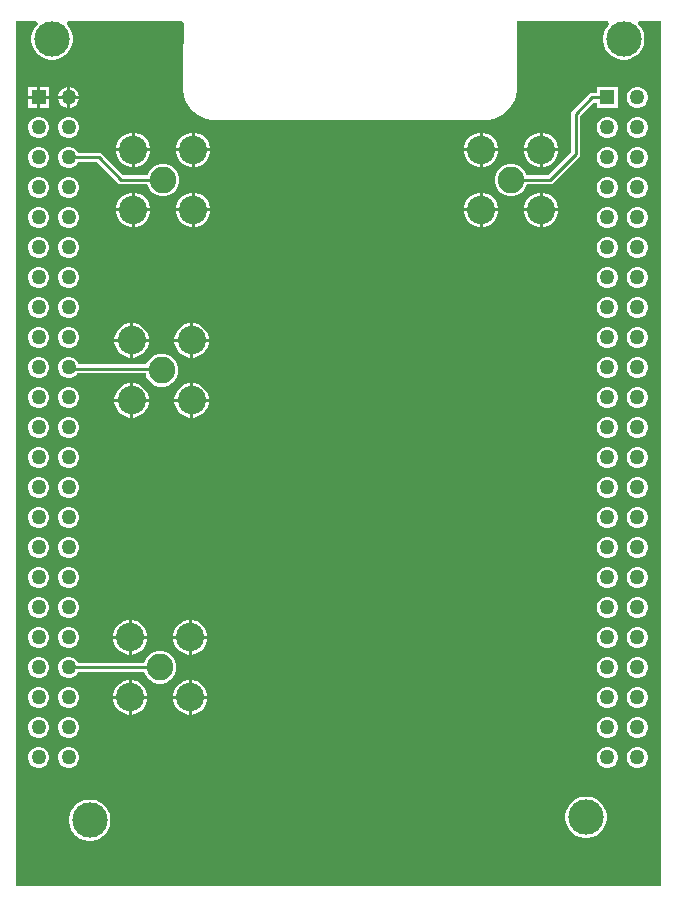
<source format=gtl>
G04*
G04 #@! TF.GenerationSoftware,Altium Limited,Altium Designer,25.8.1 (18)*
G04*
G04 Layer_Physical_Order=1*
G04 Layer_Color=255*
%FSLAX44Y44*%
%MOMM*%
G71*
G04*
G04 #@! TF.SameCoordinates,B4FD2330-8F18-4F1E-BBFD-ABE2F71AA5CF*
G04*
G04*
G04 #@! TF.FilePolarity,Positive*
G04*
G01*
G75*
%ADD11C,0.2540*%
%ADD17C,1.2750*%
%ADD18R,1.2750X1.2750*%
%ADD19C,2.2500*%
%ADD20C,2.4000*%
%ADD21C,3.0000*%
G36*
X546104Y0D02*
X0D01*
Y732557D01*
X17090D01*
X18142Y730017D01*
X16856Y728731D01*
X14936Y725858D01*
X13614Y722666D01*
X12940Y719277D01*
Y715823D01*
X13614Y712434D01*
X14936Y709242D01*
X16856Y706369D01*
X19299Y703926D01*
X22172Y702006D01*
X25364Y700684D01*
X28753Y700010D01*
X32208D01*
X35596Y700684D01*
X38788Y702006D01*
X41661Y703926D01*
X44104Y706369D01*
X46024Y709242D01*
X47346Y712434D01*
X48020Y715823D01*
Y719277D01*
X47346Y722666D01*
X46024Y725858D01*
X44104Y728731D01*
X42818Y730017D01*
X43870Y732557D01*
X139987D01*
X140078Y732515D01*
X141979Y730544D01*
Y715384D01*
X141946Y715304D01*
X140970Y710397D01*
Y710142D01*
X140920Y709892D01*
Y707390D01*
Y676910D01*
Y674408D01*
X140970Y674158D01*
Y673903D01*
X141946Y668996D01*
X142044Y668760D01*
X142093Y668510D01*
X144008Y663887D01*
X144150Y663675D01*
X144248Y663440D01*
X147027Y659280D01*
X147208Y659099D01*
X147349Y658887D01*
X150887Y655349D01*
X151099Y655208D01*
X151280Y655027D01*
X155440Y652247D01*
X155675Y652150D01*
X155887Y652008D01*
X160510Y650094D01*
X160760Y650044D01*
X160996Y649946D01*
X165903Y648970D01*
X166158D01*
X166408Y648920D01*
X398742D01*
X398992Y648970D01*
X399247D01*
X404154Y649946D01*
X404390Y650044D01*
X404640Y650094D01*
X409263Y652008D01*
X409474Y652150D01*
X409710Y652247D01*
X413870Y655027D01*
X414051Y655208D01*
X414263Y655349D01*
X417801Y658887D01*
X417942Y659099D01*
X418123Y659280D01*
X420902Y663440D01*
X421000Y663676D01*
X421142Y663887D01*
X423056Y668510D01*
X423106Y668760D01*
X423204Y668996D01*
X424180Y673903D01*
Y674158D01*
X424230Y674408D01*
Y676910D01*
Y707390D01*
Y709892D01*
X424180Y710142D01*
Y710397D01*
X423742Y712600D01*
Y731814D01*
X424352Y732557D01*
X500960D01*
X502012Y730017D01*
X500726Y728731D01*
X498806Y725858D01*
X497484Y722666D01*
X496810Y719277D01*
Y715823D01*
X497484Y712434D01*
X498806Y709242D01*
X500726Y706369D01*
X503169Y703926D01*
X506042Y702006D01*
X509234Y700684D01*
X512622Y700010D01*
X516077D01*
X519466Y700684D01*
X522658Y702006D01*
X525531Y703926D01*
X527974Y706369D01*
X529894Y709242D01*
X531216Y712434D01*
X531890Y715823D01*
Y719277D01*
X531216Y722666D01*
X529894Y725858D01*
X527974Y728731D01*
X526688Y730017D01*
X527740Y732557D01*
X546104D01*
X546104Y0D01*
D02*
G37*
%LPC*%
G36*
X45720Y676909D02*
Y669290D01*
X53339D01*
X52758Y671461D01*
X51584Y673494D01*
X49924Y675154D01*
X47891Y676328D01*
X45720Y676909D01*
D02*
G37*
G36*
X27965Y676935D02*
X20320D01*
Y669290D01*
X27965D01*
Y676935D01*
D02*
G37*
G36*
X43180Y676909D02*
X41009Y676328D01*
X38976Y675154D01*
X37316Y673494D01*
X36142Y671461D01*
X35561Y669290D01*
X43180D01*
Y676909D01*
D02*
G37*
G36*
X17780Y676935D02*
X10135D01*
Y669290D01*
X17780D01*
Y676935D01*
D02*
G37*
G36*
X53339Y666750D02*
X45720D01*
Y659131D01*
X47891Y659713D01*
X49924Y660886D01*
X51584Y662546D01*
X52758Y664579D01*
X53339Y666750D01*
D02*
G37*
G36*
X43180D02*
X35561D01*
X36142Y664579D01*
X37316Y662546D01*
X38976Y660886D01*
X41009Y659713D01*
X43180Y659131D01*
Y666750D01*
D02*
G37*
G36*
X526954Y676935D02*
X524606D01*
X522339Y676328D01*
X520306Y675154D01*
X518646Y673494D01*
X517472Y671461D01*
X516865Y669194D01*
Y666846D01*
X517472Y664579D01*
X518646Y662546D01*
X520306Y660886D01*
X522339Y659713D01*
X524606Y659105D01*
X526954D01*
X529221Y659713D01*
X531254Y660886D01*
X532914Y662546D01*
X534087Y664579D01*
X534695Y666846D01*
Y669194D01*
X534087Y671461D01*
X532914Y673494D01*
X531254Y675154D01*
X529221Y676328D01*
X526954Y676935D01*
D02*
G37*
G36*
X509295D02*
X491465D01*
Y671905D01*
X487680D01*
X486193Y671609D01*
X484933Y670767D01*
X470963Y656797D01*
X470121Y655537D01*
X469825Y654050D01*
Y621369D01*
X450511Y602055D01*
X432336D01*
X431950Y603493D01*
X430135Y606637D01*
X427567Y609205D01*
X424423Y611020D01*
X420915Y611960D01*
X417285D01*
X413777Y611020D01*
X410633Y609205D01*
X408065Y606637D01*
X406250Y603493D01*
X405310Y599986D01*
Y596354D01*
X406250Y592847D01*
X408065Y589703D01*
X410633Y587135D01*
X413777Y585320D01*
X417285Y584380D01*
X420915D01*
X424423Y585320D01*
X427567Y587135D01*
X430135Y589703D01*
X431950Y592847D01*
X432336Y594285D01*
X452120D01*
X453607Y594581D01*
X454867Y595423D01*
X476457Y617013D01*
X477299Y618273D01*
X477595Y619760D01*
Y652441D01*
X488925Y663771D01*
X491465Y663256D01*
Y659105D01*
X509295D01*
Y676935D01*
D02*
G37*
G36*
X27965Y666750D02*
X20320D01*
Y659105D01*
X27965D01*
Y666750D01*
D02*
G37*
G36*
X17780D02*
X10135D01*
Y659105D01*
X17780D01*
Y666750D01*
D02*
G37*
G36*
X526954Y651535D02*
X524606D01*
X522339Y650928D01*
X520306Y649754D01*
X518646Y648094D01*
X517472Y646061D01*
X516865Y643794D01*
Y641446D01*
X517472Y639179D01*
X518646Y637146D01*
X520306Y635486D01*
X522339Y634313D01*
X524606Y633705D01*
X526954D01*
X529221Y634313D01*
X531254Y635486D01*
X532914Y637146D01*
X534087Y639179D01*
X534695Y641446D01*
Y643794D01*
X534087Y646061D01*
X532914Y648094D01*
X531254Y649754D01*
X529221Y650928D01*
X526954Y651535D01*
D02*
G37*
G36*
X501554D02*
X499206D01*
X496939Y650928D01*
X494906Y649754D01*
X493246Y648094D01*
X492072Y646061D01*
X491465Y643794D01*
Y641446D01*
X492072Y639179D01*
X493246Y637146D01*
X494906Y635486D01*
X496939Y634313D01*
X499206Y633705D01*
X501554D01*
X503821Y634313D01*
X505854Y635486D01*
X507514Y637146D01*
X508688Y639179D01*
X509295Y641446D01*
Y643794D01*
X508688Y646061D01*
X507514Y648094D01*
X505854Y649754D01*
X503821Y650928D01*
X501554Y651535D01*
D02*
G37*
G36*
X45624D02*
X43276D01*
X41009Y650928D01*
X38976Y649754D01*
X37316Y648094D01*
X36142Y646061D01*
X35535Y643794D01*
Y641446D01*
X36142Y639179D01*
X37316Y637146D01*
X38976Y635486D01*
X41009Y634313D01*
X43276Y633705D01*
X45624D01*
X47891Y634313D01*
X49924Y635486D01*
X51584Y637146D01*
X52758Y639179D01*
X53365Y641446D01*
Y643794D01*
X52758Y646061D01*
X51584Y648094D01*
X49924Y649754D01*
X47891Y650928D01*
X45624Y651535D01*
D02*
G37*
G36*
X20224D02*
X17876D01*
X15609Y650928D01*
X13576Y649754D01*
X11916Y648094D01*
X10742Y646061D01*
X10135Y643794D01*
Y641446D01*
X10742Y639179D01*
X11916Y637146D01*
X13576Y635486D01*
X15609Y634313D01*
X17876Y633705D01*
X20224D01*
X22491Y634313D01*
X24524Y635486D01*
X26184Y637146D01*
X27357Y639179D01*
X27965Y641446D01*
Y643794D01*
X27357Y646061D01*
X26184Y648094D01*
X24524Y649754D01*
X22491Y650928D01*
X20224Y651535D01*
D02*
G37*
G36*
X446414Y638110D02*
X445770D01*
Y624840D01*
X459040D01*
Y625484D01*
X458049Y629182D01*
X456135Y632498D01*
X453428Y635205D01*
X450112Y637119D01*
X446414Y638110D01*
D02*
G37*
G36*
X395614D02*
X394970D01*
Y624840D01*
X408240D01*
Y625484D01*
X407249Y629182D01*
X405335Y632498D01*
X402628Y635205D01*
X399312Y637119D01*
X395614Y638110D01*
D02*
G37*
G36*
X151774D02*
X151130D01*
Y624840D01*
X164400D01*
Y625484D01*
X163409Y629182D01*
X161495Y632498D01*
X158788Y635205D01*
X155472Y637119D01*
X151774Y638110D01*
D02*
G37*
G36*
X100974D02*
X100330D01*
Y624840D01*
X113600D01*
Y625484D01*
X112609Y629182D01*
X110695Y632498D01*
X107988Y635205D01*
X104672Y637119D01*
X100974Y638110D01*
D02*
G37*
G36*
X443230D02*
X442586D01*
X438888Y637119D01*
X435572Y635205D01*
X432865Y632498D01*
X430951Y629182D01*
X429960Y625484D01*
Y624840D01*
X443230D01*
Y638110D01*
D02*
G37*
G36*
X392430D02*
X391786D01*
X388088Y637119D01*
X384772Y635205D01*
X382065Y632498D01*
X380151Y629182D01*
X379160Y625484D01*
Y624840D01*
X392430D01*
Y638110D01*
D02*
G37*
G36*
X148590D02*
X147946D01*
X144248Y637119D01*
X140932Y635205D01*
X138225Y632498D01*
X136311Y629182D01*
X135320Y625484D01*
Y624840D01*
X148590D01*
Y638110D01*
D02*
G37*
G36*
X97790D02*
X97146D01*
X93448Y637119D01*
X90132Y635205D01*
X87425Y632498D01*
X85511Y629182D01*
X84520Y625484D01*
Y624840D01*
X97790D01*
Y638110D01*
D02*
G37*
G36*
X459040Y622300D02*
X445770D01*
Y609030D01*
X446414D01*
X450112Y610021D01*
X453428Y611935D01*
X456135Y614642D01*
X458049Y617958D01*
X459040Y621656D01*
Y622300D01*
D02*
G37*
G36*
X443230D02*
X429960D01*
Y621656D01*
X430951Y617958D01*
X432865Y614642D01*
X435572Y611935D01*
X438888Y610021D01*
X442586Y609030D01*
X443230D01*
Y622300D01*
D02*
G37*
G36*
X408240D02*
X394970D01*
Y609030D01*
X395614D01*
X399312Y610021D01*
X402628Y611935D01*
X405335Y614642D01*
X407249Y617958D01*
X408240Y621656D01*
Y622300D01*
D02*
G37*
G36*
X392430D02*
X379160D01*
Y621656D01*
X380151Y617958D01*
X382065Y614642D01*
X384772Y611935D01*
X388088Y610021D01*
X391786Y609030D01*
X392430D01*
Y622300D01*
D02*
G37*
G36*
X164400D02*
X151130D01*
Y609030D01*
X151774D01*
X155472Y610021D01*
X158788Y611935D01*
X161495Y614642D01*
X163409Y617958D01*
X164400Y621656D01*
Y622300D01*
D02*
G37*
G36*
X148590D02*
X135320D01*
Y621656D01*
X136311Y617958D01*
X138225Y614642D01*
X140932Y611935D01*
X144248Y610021D01*
X147946Y609030D01*
X148590D01*
Y622300D01*
D02*
G37*
G36*
X113600D02*
X100330D01*
Y609030D01*
X100974D01*
X104672Y610021D01*
X107988Y611935D01*
X110695Y614642D01*
X112609Y617958D01*
X113600Y621656D01*
Y622300D01*
D02*
G37*
G36*
X97790D02*
X84520D01*
Y621656D01*
X85511Y617958D01*
X87425Y614642D01*
X90132Y611935D01*
X93448Y610021D01*
X97146Y609030D01*
X97790D01*
Y622300D01*
D02*
G37*
G36*
X526954Y626135D02*
X524606D01*
X522339Y625527D01*
X520306Y624354D01*
X518646Y622694D01*
X517472Y620661D01*
X516865Y618394D01*
Y616046D01*
X517472Y613779D01*
X518646Y611746D01*
X520306Y610086D01*
X522339Y608913D01*
X524606Y608305D01*
X526954D01*
X529221Y608913D01*
X531254Y610086D01*
X532914Y611746D01*
X534087Y613779D01*
X534695Y616046D01*
Y618394D01*
X534087Y620661D01*
X532914Y622694D01*
X531254Y624354D01*
X529221Y625527D01*
X526954Y626135D01*
D02*
G37*
G36*
X501554D02*
X499206D01*
X496939Y625527D01*
X494906Y624354D01*
X493246Y622694D01*
X492072Y620661D01*
X491465Y618394D01*
Y616046D01*
X492072Y613779D01*
X493246Y611746D01*
X494906Y610086D01*
X496939Y608913D01*
X499206Y608305D01*
X501554D01*
X503821Y608913D01*
X505854Y610086D01*
X507514Y611746D01*
X508688Y613779D01*
X509295Y616046D01*
Y618394D01*
X508688Y620661D01*
X507514Y622694D01*
X505854Y624354D01*
X503821Y625527D01*
X501554Y626135D01*
D02*
G37*
G36*
X20224D02*
X17876D01*
X15609Y625527D01*
X13576Y624354D01*
X11916Y622694D01*
X10742Y620661D01*
X10135Y618394D01*
Y616046D01*
X10742Y613779D01*
X11916Y611746D01*
X13576Y610086D01*
X15609Y608913D01*
X17876Y608305D01*
X20224D01*
X22491Y608913D01*
X24524Y610086D01*
X26184Y611746D01*
X27357Y613779D01*
X27965Y616046D01*
Y618394D01*
X27357Y620661D01*
X26184Y622694D01*
X24524Y624354D01*
X22491Y625527D01*
X20224Y626135D01*
D02*
G37*
G36*
X45624D02*
X43276D01*
X41009Y625527D01*
X38976Y624354D01*
X37316Y622694D01*
X36142Y620661D01*
X35535Y618394D01*
Y616046D01*
X36142Y613779D01*
X37316Y611746D01*
X38976Y610086D01*
X41009Y608913D01*
X43276Y608305D01*
X45624D01*
X47891Y608913D01*
X49924Y610086D01*
X51584Y611746D01*
X52501Y613335D01*
X68241D01*
X86153Y595423D01*
X87413Y594581D01*
X88900Y594285D01*
X111224D01*
X111610Y592847D01*
X113425Y589703D01*
X115993Y587135D01*
X119137Y585320D01*
X122645Y584380D01*
X126276D01*
X129783Y585320D01*
X132927Y587135D01*
X135495Y589703D01*
X137310Y592847D01*
X138250Y596354D01*
Y599986D01*
X137310Y603493D01*
X135495Y606637D01*
X132927Y609205D01*
X129783Y611020D01*
X126276Y611960D01*
X122645D01*
X119137Y611020D01*
X115993Y609205D01*
X113425Y606637D01*
X111610Y603493D01*
X111224Y602055D01*
X90509D01*
X72597Y619967D01*
X71337Y620809D01*
X69850Y621105D01*
X52501D01*
X51584Y622694D01*
X49924Y624354D01*
X47891Y625527D01*
X45624Y626135D01*
D02*
G37*
G36*
X526954Y600735D02*
X524606D01*
X522339Y600127D01*
X520306Y598954D01*
X518646Y597294D01*
X517472Y595261D01*
X516865Y592994D01*
Y590646D01*
X517472Y588379D01*
X518646Y586346D01*
X520306Y584686D01*
X522339Y583512D01*
X524606Y582905D01*
X526954D01*
X529221Y583512D01*
X531254Y584686D01*
X532914Y586346D01*
X534087Y588379D01*
X534695Y590646D01*
Y592994D01*
X534087Y595261D01*
X532914Y597294D01*
X531254Y598954D01*
X529221Y600127D01*
X526954Y600735D01*
D02*
G37*
G36*
X501554D02*
X499206D01*
X496939Y600127D01*
X494906Y598954D01*
X493246Y597294D01*
X492072Y595261D01*
X491465Y592994D01*
Y590646D01*
X492072Y588379D01*
X493246Y586346D01*
X494906Y584686D01*
X496939Y583512D01*
X499206Y582905D01*
X501554D01*
X503821Y583512D01*
X505854Y584686D01*
X507514Y586346D01*
X508688Y588379D01*
X509295Y590646D01*
Y592994D01*
X508688Y595261D01*
X507514Y597294D01*
X505854Y598954D01*
X503821Y600127D01*
X501554Y600735D01*
D02*
G37*
G36*
X45624D02*
X43276D01*
X41009Y600127D01*
X38976Y598954D01*
X37316Y597294D01*
X36142Y595261D01*
X35535Y592994D01*
Y590646D01*
X36142Y588379D01*
X37316Y586346D01*
X38976Y584686D01*
X41009Y583512D01*
X43276Y582905D01*
X45624D01*
X47891Y583512D01*
X49924Y584686D01*
X51584Y586346D01*
X52758Y588379D01*
X53365Y590646D01*
Y592994D01*
X52758Y595261D01*
X51584Y597294D01*
X49924Y598954D01*
X47891Y600127D01*
X45624Y600735D01*
D02*
G37*
G36*
X20224D02*
X17876D01*
X15609Y600127D01*
X13576Y598954D01*
X11916Y597294D01*
X10742Y595261D01*
X10135Y592994D01*
Y590646D01*
X10742Y588379D01*
X11916Y586346D01*
X13576Y584686D01*
X15609Y583512D01*
X17876Y582905D01*
X20224D01*
X22491Y583512D01*
X24524Y584686D01*
X26184Y586346D01*
X27357Y588379D01*
X27965Y590646D01*
Y592994D01*
X27357Y595261D01*
X26184Y597294D01*
X24524Y598954D01*
X22491Y600127D01*
X20224Y600735D01*
D02*
G37*
G36*
X446414Y587310D02*
X445770D01*
Y574040D01*
X459040D01*
Y574684D01*
X458049Y578382D01*
X456135Y581698D01*
X453428Y584405D01*
X450112Y586319D01*
X446414Y587310D01*
D02*
G37*
G36*
X395614D02*
X394970D01*
Y574040D01*
X408240D01*
Y574684D01*
X407249Y578382D01*
X405335Y581698D01*
X402628Y584405D01*
X399312Y586319D01*
X395614Y587310D01*
D02*
G37*
G36*
X151774D02*
X151130D01*
Y574040D01*
X164400D01*
Y574684D01*
X163409Y578382D01*
X161495Y581698D01*
X158788Y584405D01*
X155472Y586319D01*
X151774Y587310D01*
D02*
G37*
G36*
X100974D02*
X100330D01*
Y574040D01*
X113600D01*
Y574684D01*
X112609Y578382D01*
X110695Y581698D01*
X107988Y584405D01*
X104672Y586319D01*
X100974Y587310D01*
D02*
G37*
G36*
X443230D02*
X442586D01*
X438888Y586319D01*
X435572Y584405D01*
X432865Y581698D01*
X430951Y578382D01*
X429960Y574684D01*
Y574040D01*
X443230D01*
Y587310D01*
D02*
G37*
G36*
X392430D02*
X391786D01*
X388088Y586319D01*
X384772Y584405D01*
X382065Y581698D01*
X380151Y578382D01*
X379160Y574684D01*
Y574040D01*
X392430D01*
Y587310D01*
D02*
G37*
G36*
X148590D02*
X147946D01*
X144248Y586319D01*
X140932Y584405D01*
X138225Y581698D01*
X136311Y578382D01*
X135320Y574684D01*
Y574040D01*
X148590D01*
Y587310D01*
D02*
G37*
G36*
X97790D02*
X97146D01*
X93448Y586319D01*
X90132Y584405D01*
X87425Y581698D01*
X85511Y578382D01*
X84520Y574684D01*
Y574040D01*
X97790D01*
Y587310D01*
D02*
G37*
G36*
X459040Y571500D02*
X445770D01*
Y558230D01*
X446414D01*
X450112Y559221D01*
X453428Y561135D01*
X456135Y563842D01*
X458049Y567158D01*
X459040Y570856D01*
Y571500D01*
D02*
G37*
G36*
X443230D02*
X429960D01*
Y570856D01*
X430951Y567158D01*
X432865Y563842D01*
X435572Y561135D01*
X438888Y559221D01*
X442586Y558230D01*
X443230D01*
Y571500D01*
D02*
G37*
G36*
X408240D02*
X394970D01*
Y558230D01*
X395614D01*
X399312Y559221D01*
X402628Y561135D01*
X405335Y563842D01*
X407249Y567158D01*
X408240Y570856D01*
Y571500D01*
D02*
G37*
G36*
X392430D02*
X379160D01*
Y570856D01*
X380151Y567158D01*
X382065Y563842D01*
X384772Y561135D01*
X388088Y559221D01*
X391786Y558230D01*
X392430D01*
Y571500D01*
D02*
G37*
G36*
X164400D02*
X151130D01*
Y558230D01*
X151774D01*
X155472Y559221D01*
X158788Y561135D01*
X161495Y563842D01*
X163409Y567158D01*
X164400Y570856D01*
Y571500D01*
D02*
G37*
G36*
X148590D02*
X135320D01*
Y570856D01*
X136311Y567158D01*
X138225Y563842D01*
X140932Y561135D01*
X144248Y559221D01*
X147946Y558230D01*
X148590D01*
Y571500D01*
D02*
G37*
G36*
X113600D02*
X100330D01*
Y558230D01*
X100974D01*
X104672Y559221D01*
X107988Y561135D01*
X110695Y563842D01*
X112609Y567158D01*
X113600Y570856D01*
Y571500D01*
D02*
G37*
G36*
X97790D02*
X84520D01*
Y570856D01*
X85511Y567158D01*
X87425Y563842D01*
X90132Y561135D01*
X93448Y559221D01*
X97146Y558230D01*
X97790D01*
Y571500D01*
D02*
G37*
G36*
X526954Y575335D02*
X524606D01*
X522339Y574728D01*
X520306Y573554D01*
X518646Y571894D01*
X517472Y569861D01*
X516865Y567594D01*
Y565246D01*
X517472Y562979D01*
X518646Y560946D01*
X520306Y559286D01*
X522339Y558112D01*
X524606Y557505D01*
X526954D01*
X529221Y558112D01*
X531254Y559286D01*
X532914Y560946D01*
X534087Y562979D01*
X534695Y565246D01*
Y567594D01*
X534087Y569861D01*
X532914Y571894D01*
X531254Y573554D01*
X529221Y574728D01*
X526954Y575335D01*
D02*
G37*
G36*
X501554D02*
X499206D01*
X496939Y574728D01*
X494906Y573554D01*
X493246Y571894D01*
X492072Y569861D01*
X491465Y567594D01*
Y565246D01*
X492072Y562979D01*
X493246Y560946D01*
X494906Y559286D01*
X496939Y558112D01*
X499206Y557505D01*
X501554D01*
X503821Y558112D01*
X505854Y559286D01*
X507514Y560946D01*
X508688Y562979D01*
X509295Y565246D01*
Y567594D01*
X508688Y569861D01*
X507514Y571894D01*
X505854Y573554D01*
X503821Y574728D01*
X501554Y575335D01*
D02*
G37*
G36*
X45624D02*
X43276D01*
X41009Y574728D01*
X38976Y573554D01*
X37316Y571894D01*
X36142Y569861D01*
X35535Y567594D01*
Y565246D01*
X36142Y562979D01*
X37316Y560946D01*
X38976Y559286D01*
X41009Y558112D01*
X43276Y557505D01*
X45624D01*
X47891Y558112D01*
X49924Y559286D01*
X51584Y560946D01*
X52758Y562979D01*
X53365Y565246D01*
Y567594D01*
X52758Y569861D01*
X51584Y571894D01*
X49924Y573554D01*
X47891Y574728D01*
X45624Y575335D01*
D02*
G37*
G36*
X20224D02*
X17876D01*
X15609Y574728D01*
X13576Y573554D01*
X11916Y571894D01*
X10742Y569861D01*
X10135Y567594D01*
Y565246D01*
X10742Y562979D01*
X11916Y560946D01*
X13576Y559286D01*
X15609Y558112D01*
X17876Y557505D01*
X20224D01*
X22491Y558112D01*
X24524Y559286D01*
X26184Y560946D01*
X27357Y562979D01*
X27965Y565246D01*
Y567594D01*
X27357Y569861D01*
X26184Y571894D01*
X24524Y573554D01*
X22491Y574728D01*
X20224Y575335D01*
D02*
G37*
G36*
X526954Y549935D02*
X524606D01*
X522339Y549328D01*
X520306Y548154D01*
X518646Y546494D01*
X517472Y544461D01*
X516865Y542194D01*
Y539846D01*
X517472Y537579D01*
X518646Y535546D01*
X520306Y533886D01*
X522339Y532713D01*
X524606Y532105D01*
X526954D01*
X529221Y532713D01*
X531254Y533886D01*
X532914Y535546D01*
X534087Y537579D01*
X534695Y539846D01*
Y542194D01*
X534087Y544461D01*
X532914Y546494D01*
X531254Y548154D01*
X529221Y549328D01*
X526954Y549935D01*
D02*
G37*
G36*
X501554D02*
X499206D01*
X496939Y549328D01*
X494906Y548154D01*
X493246Y546494D01*
X492072Y544461D01*
X491465Y542194D01*
Y539846D01*
X492072Y537579D01*
X493246Y535546D01*
X494906Y533886D01*
X496939Y532713D01*
X499206Y532105D01*
X501554D01*
X503821Y532713D01*
X505854Y533886D01*
X507514Y535546D01*
X508688Y537579D01*
X509295Y539846D01*
Y542194D01*
X508688Y544461D01*
X507514Y546494D01*
X505854Y548154D01*
X503821Y549328D01*
X501554Y549935D01*
D02*
G37*
G36*
X45624D02*
X43276D01*
X41009Y549328D01*
X38976Y548154D01*
X37316Y546494D01*
X36142Y544461D01*
X35535Y542194D01*
Y539846D01*
X36142Y537579D01*
X37316Y535546D01*
X38976Y533886D01*
X41009Y532713D01*
X43276Y532105D01*
X45624D01*
X47891Y532713D01*
X49924Y533886D01*
X51584Y535546D01*
X52758Y537579D01*
X53365Y539846D01*
Y542194D01*
X52758Y544461D01*
X51584Y546494D01*
X49924Y548154D01*
X47891Y549328D01*
X45624Y549935D01*
D02*
G37*
G36*
X20224D02*
X17876D01*
X15609Y549328D01*
X13576Y548154D01*
X11916Y546494D01*
X10742Y544461D01*
X10135Y542194D01*
Y539846D01*
X10742Y537579D01*
X11916Y535546D01*
X13576Y533886D01*
X15609Y532713D01*
X17876Y532105D01*
X20224D01*
X22491Y532713D01*
X24524Y533886D01*
X26184Y535546D01*
X27357Y537579D01*
X27965Y539846D01*
Y542194D01*
X27357Y544461D01*
X26184Y546494D01*
X24524Y548154D01*
X22491Y549328D01*
X20224Y549935D01*
D02*
G37*
G36*
X526954Y524535D02*
X524606D01*
X522339Y523927D01*
X520306Y522754D01*
X518646Y521094D01*
X517472Y519061D01*
X516865Y516794D01*
Y514446D01*
X517472Y512179D01*
X518646Y510146D01*
X520306Y508486D01*
X522339Y507313D01*
X524606Y506705D01*
X526954D01*
X529221Y507313D01*
X531254Y508486D01*
X532914Y510146D01*
X534087Y512179D01*
X534695Y514446D01*
Y516794D01*
X534087Y519061D01*
X532914Y521094D01*
X531254Y522754D01*
X529221Y523927D01*
X526954Y524535D01*
D02*
G37*
G36*
X501554D02*
X499206D01*
X496939Y523927D01*
X494906Y522754D01*
X493246Y521094D01*
X492072Y519061D01*
X491465Y516794D01*
Y514446D01*
X492072Y512179D01*
X493246Y510146D01*
X494906Y508486D01*
X496939Y507313D01*
X499206Y506705D01*
X501554D01*
X503821Y507313D01*
X505854Y508486D01*
X507514Y510146D01*
X508688Y512179D01*
X509295Y514446D01*
Y516794D01*
X508688Y519061D01*
X507514Y521094D01*
X505854Y522754D01*
X503821Y523927D01*
X501554Y524535D01*
D02*
G37*
G36*
X45624D02*
X43276D01*
X41009Y523927D01*
X38976Y522754D01*
X37316Y521094D01*
X36142Y519061D01*
X35535Y516794D01*
Y514446D01*
X36142Y512179D01*
X37316Y510146D01*
X38976Y508486D01*
X41009Y507313D01*
X43276Y506705D01*
X45624D01*
X47891Y507313D01*
X49924Y508486D01*
X51584Y510146D01*
X52758Y512179D01*
X53365Y514446D01*
Y516794D01*
X52758Y519061D01*
X51584Y521094D01*
X49924Y522754D01*
X47891Y523927D01*
X45624Y524535D01*
D02*
G37*
G36*
X20224D02*
X17876D01*
X15609Y523927D01*
X13576Y522754D01*
X11916Y521094D01*
X10742Y519061D01*
X10135Y516794D01*
Y514446D01*
X10742Y512179D01*
X11916Y510146D01*
X13576Y508486D01*
X15609Y507313D01*
X17876Y506705D01*
X20224D01*
X22491Y507313D01*
X24524Y508486D01*
X26184Y510146D01*
X27357Y512179D01*
X27965Y514446D01*
Y516794D01*
X27357Y519061D01*
X26184Y521094D01*
X24524Y522754D01*
X22491Y523927D01*
X20224Y524535D01*
D02*
G37*
G36*
X526954Y499135D02*
X524606D01*
X522339Y498527D01*
X520306Y497354D01*
X518646Y495694D01*
X517472Y493661D01*
X516865Y491394D01*
Y489046D01*
X517472Y486779D01*
X518646Y484746D01*
X520306Y483086D01*
X522339Y481912D01*
X524606Y481305D01*
X526954D01*
X529221Y481912D01*
X531254Y483086D01*
X532914Y484746D01*
X534087Y486779D01*
X534695Y489046D01*
Y491394D01*
X534087Y493661D01*
X532914Y495694D01*
X531254Y497354D01*
X529221Y498527D01*
X526954Y499135D01*
D02*
G37*
G36*
X501554D02*
X499206D01*
X496939Y498527D01*
X494906Y497354D01*
X493246Y495694D01*
X492072Y493661D01*
X491465Y491394D01*
Y489046D01*
X492072Y486779D01*
X493246Y484746D01*
X494906Y483086D01*
X496939Y481912D01*
X499206Y481305D01*
X501554D01*
X503821Y481912D01*
X505854Y483086D01*
X507514Y484746D01*
X508688Y486779D01*
X509295Y489046D01*
Y491394D01*
X508688Y493661D01*
X507514Y495694D01*
X505854Y497354D01*
X503821Y498527D01*
X501554Y499135D01*
D02*
G37*
G36*
X45624D02*
X43276D01*
X41009Y498527D01*
X38976Y497354D01*
X37316Y495694D01*
X36142Y493661D01*
X35535Y491394D01*
Y489046D01*
X36142Y486779D01*
X37316Y484746D01*
X38976Y483086D01*
X41009Y481912D01*
X43276Y481305D01*
X45624D01*
X47891Y481912D01*
X49924Y483086D01*
X51584Y484746D01*
X52758Y486779D01*
X53365Y489046D01*
Y491394D01*
X52758Y493661D01*
X51584Y495694D01*
X49924Y497354D01*
X47891Y498527D01*
X45624Y499135D01*
D02*
G37*
G36*
X20224D02*
X17876D01*
X15609Y498527D01*
X13576Y497354D01*
X11916Y495694D01*
X10742Y493661D01*
X10135Y491394D01*
Y489046D01*
X10742Y486779D01*
X11916Y484746D01*
X13576Y483086D01*
X15609Y481912D01*
X17876Y481305D01*
X20224D01*
X22491Y481912D01*
X24524Y483086D01*
X26184Y484746D01*
X27357Y486779D01*
X27965Y489046D01*
Y491394D01*
X27357Y493661D01*
X26184Y495694D01*
X24524Y497354D01*
X22491Y498527D01*
X20224Y499135D01*
D02*
G37*
G36*
X150504Y476820D02*
X149860D01*
Y463550D01*
X163130D01*
Y464194D01*
X162139Y467892D01*
X160225Y471208D01*
X157518Y473915D01*
X154202Y475829D01*
X150504Y476820D01*
D02*
G37*
G36*
X99704D02*
X99060D01*
Y463550D01*
X112330D01*
Y464194D01*
X111339Y467892D01*
X109425Y471208D01*
X106718Y473915D01*
X103402Y475829D01*
X99704Y476820D01*
D02*
G37*
G36*
X147320D02*
X146676D01*
X142978Y475829D01*
X139662Y473915D01*
X136955Y471208D01*
X135041Y467892D01*
X134050Y464194D01*
Y463550D01*
X147320D01*
Y476820D01*
D02*
G37*
G36*
X96520D02*
X95876D01*
X92178Y475829D01*
X88862Y473915D01*
X86155Y471208D01*
X84241Y467892D01*
X83250Y464194D01*
Y463550D01*
X96520D01*
Y476820D01*
D02*
G37*
G36*
X526954Y473735D02*
X524606D01*
X522339Y473128D01*
X520306Y471954D01*
X518646Y470294D01*
X517472Y468261D01*
X516865Y465994D01*
Y463646D01*
X517472Y461379D01*
X518646Y459346D01*
X520306Y457686D01*
X522339Y456512D01*
X524606Y455905D01*
X526954D01*
X529221Y456512D01*
X531254Y457686D01*
X532914Y459346D01*
X534087Y461379D01*
X534695Y463646D01*
Y465994D01*
X534087Y468261D01*
X532914Y470294D01*
X531254Y471954D01*
X529221Y473128D01*
X526954Y473735D01*
D02*
G37*
G36*
X501554D02*
X499206D01*
X496939Y473128D01*
X494906Y471954D01*
X493246Y470294D01*
X492072Y468261D01*
X491465Y465994D01*
Y463646D01*
X492072Y461379D01*
X493246Y459346D01*
X494906Y457686D01*
X496939Y456512D01*
X499206Y455905D01*
X501554D01*
X503821Y456512D01*
X505854Y457686D01*
X507514Y459346D01*
X508688Y461379D01*
X509295Y463646D01*
Y465994D01*
X508688Y468261D01*
X507514Y470294D01*
X505854Y471954D01*
X503821Y473128D01*
X501554Y473735D01*
D02*
G37*
G36*
X45624D02*
X43276D01*
X41009Y473128D01*
X38976Y471954D01*
X37316Y470294D01*
X36142Y468261D01*
X35535Y465994D01*
Y463646D01*
X36142Y461379D01*
X37316Y459346D01*
X38976Y457686D01*
X41009Y456512D01*
X43276Y455905D01*
X45624D01*
X47891Y456512D01*
X49924Y457686D01*
X51584Y459346D01*
X52758Y461379D01*
X53365Y463646D01*
Y465994D01*
X52758Y468261D01*
X51584Y470294D01*
X49924Y471954D01*
X47891Y473128D01*
X45624Y473735D01*
D02*
G37*
G36*
X20224D02*
X17876D01*
X15609Y473128D01*
X13576Y471954D01*
X11916Y470294D01*
X10742Y468261D01*
X10135Y465994D01*
Y463646D01*
X10742Y461379D01*
X11916Y459346D01*
X13576Y457686D01*
X15609Y456512D01*
X17876Y455905D01*
X20224D01*
X22491Y456512D01*
X24524Y457686D01*
X26184Y459346D01*
X27357Y461379D01*
X27965Y463646D01*
Y465994D01*
X27357Y468261D01*
X26184Y470294D01*
X24524Y471954D01*
X22491Y473128D01*
X20224Y473735D01*
D02*
G37*
G36*
X163130Y461010D02*
X149860D01*
Y447740D01*
X150504D01*
X154202Y448731D01*
X157518Y450645D01*
X160225Y453352D01*
X162139Y456668D01*
X163130Y460366D01*
Y461010D01*
D02*
G37*
G36*
X147320D02*
X134050D01*
Y460366D01*
X135041Y456668D01*
X136955Y453352D01*
X139662Y450645D01*
X142978Y448731D01*
X146676Y447740D01*
X147320D01*
Y461010D01*
D02*
G37*
G36*
X112330D02*
X99060D01*
Y447740D01*
X99704D01*
X103402Y448731D01*
X106718Y450645D01*
X109425Y453352D01*
X111339Y456668D01*
X112330Y460366D01*
Y461010D01*
D02*
G37*
G36*
X96520D02*
X83250D01*
Y460366D01*
X84241Y456668D01*
X86155Y453352D01*
X88862Y450645D01*
X92178Y448731D01*
X95876Y447740D01*
X96520D01*
Y461010D01*
D02*
G37*
G36*
X125006Y450670D02*
X121375D01*
X117867Y449730D01*
X114723Y447915D01*
X112155Y445347D01*
X110340Y442203D01*
X110295Y442035D01*
X52979D01*
X52758Y442861D01*
X51584Y444894D01*
X49924Y446554D01*
X47891Y447728D01*
X45624Y448335D01*
X43276D01*
X41009Y447728D01*
X38976Y446554D01*
X37316Y444894D01*
X36142Y442861D01*
X35535Y440594D01*
Y438246D01*
X36142Y435979D01*
X37316Y433946D01*
X38976Y432286D01*
X41009Y431113D01*
X43276Y430505D01*
X45624D01*
X47891Y431113D01*
X49924Y432286D01*
X51584Y433946D01*
X51768Y434265D01*
X109614D01*
X110340Y431557D01*
X112155Y428413D01*
X114723Y425845D01*
X117867Y424030D01*
X121375Y423090D01*
X125006D01*
X128513Y424030D01*
X131657Y425845D01*
X134225Y428413D01*
X136040Y431557D01*
X136980Y435065D01*
Y438695D01*
X136040Y442203D01*
X134225Y445347D01*
X131657Y447915D01*
X128513Y449730D01*
X125006Y450670D01*
D02*
G37*
G36*
X526954Y448335D02*
X524606D01*
X522339Y447728D01*
X520306Y446554D01*
X518646Y444894D01*
X517472Y442861D01*
X516865Y440594D01*
Y438246D01*
X517472Y435979D01*
X518646Y433946D01*
X520306Y432286D01*
X522339Y431113D01*
X524606Y430505D01*
X526954D01*
X529221Y431113D01*
X531254Y432286D01*
X532914Y433946D01*
X534087Y435979D01*
X534695Y438246D01*
Y440594D01*
X534087Y442861D01*
X532914Y444894D01*
X531254Y446554D01*
X529221Y447728D01*
X526954Y448335D01*
D02*
G37*
G36*
X501554D02*
X499206D01*
X496939Y447728D01*
X494906Y446554D01*
X493246Y444894D01*
X492072Y442861D01*
X491465Y440594D01*
Y438246D01*
X492072Y435979D01*
X493246Y433946D01*
X494906Y432286D01*
X496939Y431113D01*
X499206Y430505D01*
X501554D01*
X503821Y431113D01*
X505854Y432286D01*
X507514Y433946D01*
X508688Y435979D01*
X509295Y438246D01*
Y440594D01*
X508688Y442861D01*
X507514Y444894D01*
X505854Y446554D01*
X503821Y447728D01*
X501554Y448335D01*
D02*
G37*
G36*
X20224D02*
X17876D01*
X15609Y447728D01*
X13576Y446554D01*
X11916Y444894D01*
X10742Y442861D01*
X10135Y440594D01*
Y438246D01*
X10742Y435979D01*
X11916Y433946D01*
X13576Y432286D01*
X15609Y431113D01*
X17876Y430505D01*
X20224D01*
X22491Y431113D01*
X24524Y432286D01*
X26184Y433946D01*
X27357Y435979D01*
X27965Y438246D01*
Y440594D01*
X27357Y442861D01*
X26184Y444894D01*
X24524Y446554D01*
X22491Y447728D01*
X20224Y448335D01*
D02*
G37*
G36*
X150504Y426020D02*
X149860D01*
Y412750D01*
X163130D01*
Y413394D01*
X162139Y417092D01*
X160225Y420408D01*
X157518Y423115D01*
X154202Y425029D01*
X150504Y426020D01*
D02*
G37*
G36*
X99704D02*
X99060D01*
Y412750D01*
X112330D01*
Y413394D01*
X111339Y417092D01*
X109425Y420408D01*
X106718Y423115D01*
X103402Y425029D01*
X99704Y426020D01*
D02*
G37*
G36*
X96520D02*
X95876D01*
X92178Y425029D01*
X88862Y423115D01*
X86155Y420408D01*
X84241Y417092D01*
X83250Y413394D01*
Y412750D01*
X96520D01*
Y426020D01*
D02*
G37*
G36*
X147320D02*
X146676D01*
X142978Y425029D01*
X139662Y423115D01*
X136955Y420408D01*
X135041Y417092D01*
X134050Y413394D01*
Y412750D01*
X147320D01*
Y426020D01*
D02*
G37*
G36*
X526954Y422935D02*
X524606D01*
X522339Y422327D01*
X520306Y421154D01*
X518646Y419494D01*
X517472Y417461D01*
X516865Y415194D01*
Y412846D01*
X517472Y410579D01*
X518646Y408546D01*
X520306Y406886D01*
X522339Y405713D01*
X524606Y405105D01*
X526954D01*
X529221Y405713D01*
X531254Y406886D01*
X532914Y408546D01*
X534087Y410579D01*
X534695Y412846D01*
Y415194D01*
X534087Y417461D01*
X532914Y419494D01*
X531254Y421154D01*
X529221Y422327D01*
X526954Y422935D01*
D02*
G37*
G36*
X501554D02*
X499206D01*
X496939Y422327D01*
X494906Y421154D01*
X493246Y419494D01*
X492072Y417461D01*
X491465Y415194D01*
Y412846D01*
X492072Y410579D01*
X493246Y408546D01*
X494906Y406886D01*
X496939Y405713D01*
X499206Y405105D01*
X501554D01*
X503821Y405713D01*
X505854Y406886D01*
X507514Y408546D01*
X508688Y410579D01*
X509295Y412846D01*
Y415194D01*
X508688Y417461D01*
X507514Y419494D01*
X505854Y421154D01*
X503821Y422327D01*
X501554Y422935D01*
D02*
G37*
G36*
X45624D02*
X43276D01*
X41009Y422327D01*
X38976Y421154D01*
X37316Y419494D01*
X36142Y417461D01*
X35535Y415194D01*
Y412846D01*
X36142Y410579D01*
X37316Y408546D01*
X38976Y406886D01*
X41009Y405713D01*
X43276Y405105D01*
X45624D01*
X47891Y405713D01*
X49924Y406886D01*
X51584Y408546D01*
X52758Y410579D01*
X53365Y412846D01*
Y415194D01*
X52758Y417461D01*
X51584Y419494D01*
X49924Y421154D01*
X47891Y422327D01*
X45624Y422935D01*
D02*
G37*
G36*
X20224D02*
X17876D01*
X15609Y422327D01*
X13576Y421154D01*
X11916Y419494D01*
X10742Y417461D01*
X10135Y415194D01*
Y412846D01*
X10742Y410579D01*
X11916Y408546D01*
X13576Y406886D01*
X15609Y405713D01*
X17876Y405105D01*
X20224D01*
X22491Y405713D01*
X24524Y406886D01*
X26184Y408546D01*
X27357Y410579D01*
X27965Y412846D01*
Y415194D01*
X27357Y417461D01*
X26184Y419494D01*
X24524Y421154D01*
X22491Y422327D01*
X20224Y422935D01*
D02*
G37*
G36*
X163130Y410210D02*
X149860D01*
Y396940D01*
X150504D01*
X154202Y397931D01*
X157518Y399845D01*
X160225Y402552D01*
X162139Y405868D01*
X163130Y409566D01*
Y410210D01*
D02*
G37*
G36*
X147320D02*
X134050D01*
Y409566D01*
X135041Y405868D01*
X136955Y402552D01*
X139662Y399845D01*
X142978Y397931D01*
X146676Y396940D01*
X147320D01*
Y410210D01*
D02*
G37*
G36*
X112330D02*
X99060D01*
Y396940D01*
X99704D01*
X103402Y397931D01*
X106718Y399845D01*
X109425Y402552D01*
X111339Y405868D01*
X112330Y409566D01*
Y410210D01*
D02*
G37*
G36*
X96520D02*
X83250D01*
Y409566D01*
X84241Y405868D01*
X86155Y402552D01*
X88862Y399845D01*
X92178Y397931D01*
X95876Y396940D01*
X96520D01*
Y410210D01*
D02*
G37*
G36*
X526954Y397535D02*
X524606D01*
X522339Y396927D01*
X520306Y395754D01*
X518646Y394094D01*
X517472Y392061D01*
X516865Y389794D01*
Y387446D01*
X517472Y385179D01*
X518646Y383146D01*
X520306Y381486D01*
X522339Y380312D01*
X524606Y379705D01*
X526954D01*
X529221Y380312D01*
X531254Y381486D01*
X532914Y383146D01*
X534087Y385179D01*
X534695Y387446D01*
Y389794D01*
X534087Y392061D01*
X532914Y394094D01*
X531254Y395754D01*
X529221Y396927D01*
X526954Y397535D01*
D02*
G37*
G36*
X501554D02*
X499206D01*
X496939Y396927D01*
X494906Y395754D01*
X493246Y394094D01*
X492072Y392061D01*
X491465Y389794D01*
Y387446D01*
X492072Y385179D01*
X493246Y383146D01*
X494906Y381486D01*
X496939Y380312D01*
X499206Y379705D01*
X501554D01*
X503821Y380312D01*
X505854Y381486D01*
X507514Y383146D01*
X508688Y385179D01*
X509295Y387446D01*
Y389794D01*
X508688Y392061D01*
X507514Y394094D01*
X505854Y395754D01*
X503821Y396927D01*
X501554Y397535D01*
D02*
G37*
G36*
X45624D02*
X43276D01*
X41009Y396927D01*
X38976Y395754D01*
X37316Y394094D01*
X36142Y392061D01*
X35535Y389794D01*
Y387446D01*
X36142Y385179D01*
X37316Y383146D01*
X38976Y381486D01*
X41009Y380312D01*
X43276Y379705D01*
X45624D01*
X47891Y380312D01*
X49924Y381486D01*
X51584Y383146D01*
X52758Y385179D01*
X53365Y387446D01*
Y389794D01*
X52758Y392061D01*
X51584Y394094D01*
X49924Y395754D01*
X47891Y396927D01*
X45624Y397535D01*
D02*
G37*
G36*
X20224D02*
X17876D01*
X15609Y396927D01*
X13576Y395754D01*
X11916Y394094D01*
X10742Y392061D01*
X10135Y389794D01*
Y387446D01*
X10742Y385179D01*
X11916Y383146D01*
X13576Y381486D01*
X15609Y380312D01*
X17876Y379705D01*
X20224D01*
X22491Y380312D01*
X24524Y381486D01*
X26184Y383146D01*
X27357Y385179D01*
X27965Y387446D01*
Y389794D01*
X27357Y392061D01*
X26184Y394094D01*
X24524Y395754D01*
X22491Y396927D01*
X20224Y397535D01*
D02*
G37*
G36*
X526954Y372135D02*
X524606D01*
X522339Y371527D01*
X520306Y370354D01*
X518646Y368694D01*
X517472Y366661D01*
X516865Y364394D01*
Y362046D01*
X517472Y359779D01*
X518646Y357746D01*
X520306Y356086D01*
X522339Y354912D01*
X524606Y354305D01*
X526954D01*
X529221Y354912D01*
X531254Y356086D01*
X532914Y357746D01*
X534087Y359779D01*
X534695Y362046D01*
Y364394D01*
X534087Y366661D01*
X532914Y368694D01*
X531254Y370354D01*
X529221Y371527D01*
X526954Y372135D01*
D02*
G37*
G36*
X501554D02*
X499206D01*
X496939Y371527D01*
X494906Y370354D01*
X493246Y368694D01*
X492072Y366661D01*
X491465Y364394D01*
Y362046D01*
X492072Y359779D01*
X493246Y357746D01*
X494906Y356086D01*
X496939Y354912D01*
X499206Y354305D01*
X501554D01*
X503821Y354912D01*
X505854Y356086D01*
X507514Y357746D01*
X508688Y359779D01*
X509295Y362046D01*
Y364394D01*
X508688Y366661D01*
X507514Y368694D01*
X505854Y370354D01*
X503821Y371527D01*
X501554Y372135D01*
D02*
G37*
G36*
X45624D02*
X43276D01*
X41009Y371527D01*
X38976Y370354D01*
X37316Y368694D01*
X36142Y366661D01*
X35535Y364394D01*
Y362046D01*
X36142Y359779D01*
X37316Y357746D01*
X38976Y356086D01*
X41009Y354912D01*
X43276Y354305D01*
X45624D01*
X47891Y354912D01*
X49924Y356086D01*
X51584Y357746D01*
X52758Y359779D01*
X53365Y362046D01*
Y364394D01*
X52758Y366661D01*
X51584Y368694D01*
X49924Y370354D01*
X47891Y371527D01*
X45624Y372135D01*
D02*
G37*
G36*
X20224D02*
X17876D01*
X15609Y371527D01*
X13576Y370354D01*
X11916Y368694D01*
X10742Y366661D01*
X10135Y364394D01*
Y362046D01*
X10742Y359779D01*
X11916Y357746D01*
X13576Y356086D01*
X15609Y354912D01*
X17876Y354305D01*
X20224D01*
X22491Y354912D01*
X24524Y356086D01*
X26184Y357746D01*
X27357Y359779D01*
X27965Y362046D01*
Y364394D01*
X27357Y366661D01*
X26184Y368694D01*
X24524Y370354D01*
X22491Y371527D01*
X20224Y372135D01*
D02*
G37*
G36*
X526954Y346735D02*
X524606D01*
X522339Y346128D01*
X520306Y344954D01*
X518646Y343294D01*
X517472Y341261D01*
X516865Y338994D01*
Y336646D01*
X517472Y334379D01*
X518646Y332346D01*
X520306Y330686D01*
X522339Y329512D01*
X524606Y328905D01*
X526954D01*
X529221Y329512D01*
X531254Y330686D01*
X532914Y332346D01*
X534087Y334379D01*
X534695Y336646D01*
Y338994D01*
X534087Y341261D01*
X532914Y343294D01*
X531254Y344954D01*
X529221Y346128D01*
X526954Y346735D01*
D02*
G37*
G36*
X501554D02*
X499206D01*
X496939Y346128D01*
X494906Y344954D01*
X493246Y343294D01*
X492072Y341261D01*
X491465Y338994D01*
Y336646D01*
X492072Y334379D01*
X493246Y332346D01*
X494906Y330686D01*
X496939Y329512D01*
X499206Y328905D01*
X501554D01*
X503821Y329512D01*
X505854Y330686D01*
X507514Y332346D01*
X508688Y334379D01*
X509295Y336646D01*
Y338994D01*
X508688Y341261D01*
X507514Y343294D01*
X505854Y344954D01*
X503821Y346128D01*
X501554Y346735D01*
D02*
G37*
G36*
X45624D02*
X43276D01*
X41009Y346128D01*
X38976Y344954D01*
X37316Y343294D01*
X36142Y341261D01*
X35535Y338994D01*
Y336646D01*
X36142Y334379D01*
X37316Y332346D01*
X38976Y330686D01*
X41009Y329512D01*
X43276Y328905D01*
X45624D01*
X47891Y329512D01*
X49924Y330686D01*
X51584Y332346D01*
X52758Y334379D01*
X53365Y336646D01*
Y338994D01*
X52758Y341261D01*
X51584Y343294D01*
X49924Y344954D01*
X47891Y346128D01*
X45624Y346735D01*
D02*
G37*
G36*
X20224D02*
X17876D01*
X15609Y346128D01*
X13576Y344954D01*
X11916Y343294D01*
X10742Y341261D01*
X10135Y338994D01*
Y336646D01*
X10742Y334379D01*
X11916Y332346D01*
X13576Y330686D01*
X15609Y329512D01*
X17876Y328905D01*
X20224D01*
X22491Y329512D01*
X24524Y330686D01*
X26184Y332346D01*
X27357Y334379D01*
X27965Y336646D01*
Y338994D01*
X27357Y341261D01*
X26184Y343294D01*
X24524Y344954D01*
X22491Y346128D01*
X20224Y346735D01*
D02*
G37*
G36*
X526954Y321335D02*
X524606D01*
X522339Y320728D01*
X520306Y319554D01*
X518646Y317894D01*
X517472Y315861D01*
X516865Y313594D01*
Y311246D01*
X517472Y308979D01*
X518646Y306946D01*
X520306Y305286D01*
X522339Y304112D01*
X524606Y303505D01*
X526954D01*
X529221Y304112D01*
X531254Y305286D01*
X532914Y306946D01*
X534087Y308979D01*
X534695Y311246D01*
Y313594D01*
X534087Y315861D01*
X532914Y317894D01*
X531254Y319554D01*
X529221Y320728D01*
X526954Y321335D01*
D02*
G37*
G36*
X501554D02*
X499206D01*
X496939Y320728D01*
X494906Y319554D01*
X493246Y317894D01*
X492072Y315861D01*
X491465Y313594D01*
Y311246D01*
X492072Y308979D01*
X493246Y306946D01*
X494906Y305286D01*
X496939Y304112D01*
X499206Y303505D01*
X501554D01*
X503821Y304112D01*
X505854Y305286D01*
X507514Y306946D01*
X508688Y308979D01*
X509295Y311246D01*
Y313594D01*
X508688Y315861D01*
X507514Y317894D01*
X505854Y319554D01*
X503821Y320728D01*
X501554Y321335D01*
D02*
G37*
G36*
X45624D02*
X43276D01*
X41009Y320728D01*
X38976Y319554D01*
X37316Y317894D01*
X36142Y315861D01*
X35535Y313594D01*
Y311246D01*
X36142Y308979D01*
X37316Y306946D01*
X38976Y305286D01*
X41009Y304112D01*
X43276Y303505D01*
X45624D01*
X47891Y304112D01*
X49924Y305286D01*
X51584Y306946D01*
X52758Y308979D01*
X53365Y311246D01*
Y313594D01*
X52758Y315861D01*
X51584Y317894D01*
X49924Y319554D01*
X47891Y320728D01*
X45624Y321335D01*
D02*
G37*
G36*
X20224D02*
X17876D01*
X15609Y320728D01*
X13576Y319554D01*
X11916Y317894D01*
X10742Y315861D01*
X10135Y313594D01*
Y311246D01*
X10742Y308979D01*
X11916Y306946D01*
X13576Y305286D01*
X15609Y304112D01*
X17876Y303505D01*
X20224D01*
X22491Y304112D01*
X24524Y305286D01*
X26184Y306946D01*
X27357Y308979D01*
X27965Y311246D01*
Y313594D01*
X27357Y315861D01*
X26184Y317894D01*
X24524Y319554D01*
X22491Y320728D01*
X20224Y321335D01*
D02*
G37*
G36*
X526954Y295935D02*
X524606D01*
X522339Y295327D01*
X520306Y294154D01*
X518646Y292494D01*
X517472Y290461D01*
X516865Y288194D01*
Y285846D01*
X517472Y283579D01*
X518646Y281546D01*
X520306Y279886D01*
X522339Y278713D01*
X524606Y278105D01*
X526954D01*
X529221Y278713D01*
X531254Y279886D01*
X532914Y281546D01*
X534087Y283579D01*
X534695Y285846D01*
Y288194D01*
X534087Y290461D01*
X532914Y292494D01*
X531254Y294154D01*
X529221Y295327D01*
X526954Y295935D01*
D02*
G37*
G36*
X501554D02*
X499206D01*
X496939Y295327D01*
X494906Y294154D01*
X493246Y292494D01*
X492072Y290461D01*
X491465Y288194D01*
Y285846D01*
X492072Y283579D01*
X493246Y281546D01*
X494906Y279886D01*
X496939Y278713D01*
X499206Y278105D01*
X501554D01*
X503821Y278713D01*
X505854Y279886D01*
X507514Y281546D01*
X508688Y283579D01*
X509295Y285846D01*
Y288194D01*
X508688Y290461D01*
X507514Y292494D01*
X505854Y294154D01*
X503821Y295327D01*
X501554Y295935D01*
D02*
G37*
G36*
X45624D02*
X43276D01*
X41009Y295327D01*
X38976Y294154D01*
X37316Y292494D01*
X36142Y290461D01*
X35535Y288194D01*
Y285846D01*
X36142Y283579D01*
X37316Y281546D01*
X38976Y279886D01*
X41009Y278713D01*
X43276Y278105D01*
X45624D01*
X47891Y278713D01*
X49924Y279886D01*
X51584Y281546D01*
X52758Y283579D01*
X53365Y285846D01*
Y288194D01*
X52758Y290461D01*
X51584Y292494D01*
X49924Y294154D01*
X47891Y295327D01*
X45624Y295935D01*
D02*
G37*
G36*
X20224D02*
X17876D01*
X15609Y295327D01*
X13576Y294154D01*
X11916Y292494D01*
X10742Y290461D01*
X10135Y288194D01*
Y285846D01*
X10742Y283579D01*
X11916Y281546D01*
X13576Y279886D01*
X15609Y278713D01*
X17876Y278105D01*
X20224D01*
X22491Y278713D01*
X24524Y279886D01*
X26184Y281546D01*
X27357Y283579D01*
X27965Y285846D01*
Y288194D01*
X27357Y290461D01*
X26184Y292494D01*
X24524Y294154D01*
X22491Y295327D01*
X20224Y295935D01*
D02*
G37*
G36*
X526954Y270535D02*
X524606D01*
X522339Y269928D01*
X520306Y268754D01*
X518646Y267094D01*
X517472Y265061D01*
X516865Y262794D01*
Y260446D01*
X517472Y258179D01*
X518646Y256146D01*
X520306Y254486D01*
X522339Y253312D01*
X524606Y252705D01*
X526954D01*
X529221Y253312D01*
X531254Y254486D01*
X532914Y256146D01*
X534087Y258179D01*
X534695Y260446D01*
Y262794D01*
X534087Y265061D01*
X532914Y267094D01*
X531254Y268754D01*
X529221Y269928D01*
X526954Y270535D01*
D02*
G37*
G36*
X501554D02*
X499206D01*
X496939Y269928D01*
X494906Y268754D01*
X493246Y267094D01*
X492072Y265061D01*
X491465Y262794D01*
Y260446D01*
X492072Y258179D01*
X493246Y256146D01*
X494906Y254486D01*
X496939Y253312D01*
X499206Y252705D01*
X501554D01*
X503821Y253312D01*
X505854Y254486D01*
X507514Y256146D01*
X508688Y258179D01*
X509295Y260446D01*
Y262794D01*
X508688Y265061D01*
X507514Y267094D01*
X505854Y268754D01*
X503821Y269928D01*
X501554Y270535D01*
D02*
G37*
G36*
X45624D02*
X43276D01*
X41009Y269928D01*
X38976Y268754D01*
X37316Y267094D01*
X36142Y265061D01*
X35535Y262794D01*
Y260446D01*
X36142Y258179D01*
X37316Y256146D01*
X38976Y254486D01*
X41009Y253312D01*
X43276Y252705D01*
X45624D01*
X47891Y253312D01*
X49924Y254486D01*
X51584Y256146D01*
X52758Y258179D01*
X53365Y260446D01*
Y262794D01*
X52758Y265061D01*
X51584Y267094D01*
X49924Y268754D01*
X47891Y269928D01*
X45624Y270535D01*
D02*
G37*
G36*
X20224D02*
X17876D01*
X15609Y269928D01*
X13576Y268754D01*
X11916Y267094D01*
X10742Y265061D01*
X10135Y262794D01*
Y260446D01*
X10742Y258179D01*
X11916Y256146D01*
X13576Y254486D01*
X15609Y253312D01*
X17876Y252705D01*
X20224D01*
X22491Y253312D01*
X24524Y254486D01*
X26184Y256146D01*
X27357Y258179D01*
X27965Y260446D01*
Y262794D01*
X27357Y265061D01*
X26184Y267094D01*
X24524Y268754D01*
X22491Y269928D01*
X20224Y270535D01*
D02*
G37*
G36*
X526954Y245135D02*
X524606D01*
X522339Y244527D01*
X520306Y243354D01*
X518646Y241694D01*
X517472Y239661D01*
X516865Y237394D01*
Y235046D01*
X517472Y232779D01*
X518646Y230746D01*
X520306Y229086D01*
X522339Y227913D01*
X524606Y227305D01*
X526954D01*
X529221Y227913D01*
X531254Y229086D01*
X532914Y230746D01*
X534087Y232779D01*
X534695Y235046D01*
Y237394D01*
X534087Y239661D01*
X532914Y241694D01*
X531254Y243354D01*
X529221Y244527D01*
X526954Y245135D01*
D02*
G37*
G36*
X501554D02*
X499206D01*
X496939Y244527D01*
X494906Y243354D01*
X493246Y241694D01*
X492072Y239661D01*
X491465Y237394D01*
Y235046D01*
X492072Y232779D01*
X493246Y230746D01*
X494906Y229086D01*
X496939Y227913D01*
X499206Y227305D01*
X501554D01*
X503821Y227913D01*
X505854Y229086D01*
X507514Y230746D01*
X508688Y232779D01*
X509295Y235046D01*
Y237394D01*
X508688Y239661D01*
X507514Y241694D01*
X505854Y243354D01*
X503821Y244527D01*
X501554Y245135D01*
D02*
G37*
G36*
X45624D02*
X43276D01*
X41009Y244527D01*
X38976Y243354D01*
X37316Y241694D01*
X36142Y239661D01*
X35535Y237394D01*
Y235046D01*
X36142Y232779D01*
X37316Y230746D01*
X38976Y229086D01*
X41009Y227913D01*
X43276Y227305D01*
X45624D01*
X47891Y227913D01*
X49924Y229086D01*
X51584Y230746D01*
X52758Y232779D01*
X53365Y235046D01*
Y237394D01*
X52758Y239661D01*
X51584Y241694D01*
X49924Y243354D01*
X47891Y244527D01*
X45624Y245135D01*
D02*
G37*
G36*
X20224D02*
X17876D01*
X15609Y244527D01*
X13576Y243354D01*
X11916Y241694D01*
X10742Y239661D01*
X10135Y237394D01*
Y235046D01*
X10742Y232779D01*
X11916Y230746D01*
X13576Y229086D01*
X15609Y227913D01*
X17876Y227305D01*
X20224D01*
X22491Y227913D01*
X24524Y229086D01*
X26184Y230746D01*
X27357Y232779D01*
X27965Y235046D01*
Y237394D01*
X27357Y239661D01*
X26184Y241694D01*
X24524Y243354D01*
X22491Y244527D01*
X20224Y245135D01*
D02*
G37*
G36*
X149234Y225360D02*
X148590D01*
Y212090D01*
X161860D01*
Y212734D01*
X160869Y216432D01*
X158955Y219748D01*
X156248Y222455D01*
X152932Y224369D01*
X149234Y225360D01*
D02*
G37*
G36*
X98434D02*
X97790D01*
Y212090D01*
X111060D01*
Y212734D01*
X110069Y216432D01*
X108155Y219748D01*
X105448Y222455D01*
X102132Y224369D01*
X98434Y225360D01*
D02*
G37*
G36*
X146050D02*
X145406D01*
X141708Y224369D01*
X138392Y222455D01*
X135685Y219748D01*
X133771Y216432D01*
X132780Y212734D01*
Y212090D01*
X146050D01*
Y225360D01*
D02*
G37*
G36*
X95250D02*
X94606D01*
X90908Y224369D01*
X87592Y222455D01*
X84885Y219748D01*
X82971Y216432D01*
X81980Y212734D01*
Y212090D01*
X95250D01*
Y225360D01*
D02*
G37*
G36*
X526954Y219735D02*
X524606D01*
X522339Y219128D01*
X520306Y217954D01*
X518646Y216294D01*
X517472Y214261D01*
X516865Y211994D01*
Y209646D01*
X517472Y207379D01*
X518646Y205346D01*
X520306Y203686D01*
X522339Y202512D01*
X524606Y201905D01*
X526954D01*
X529221Y202512D01*
X531254Y203686D01*
X532914Y205346D01*
X534087Y207379D01*
X534695Y209646D01*
Y211994D01*
X534087Y214261D01*
X532914Y216294D01*
X531254Y217954D01*
X529221Y219128D01*
X526954Y219735D01*
D02*
G37*
G36*
X501554D02*
X499206D01*
X496939Y219128D01*
X494906Y217954D01*
X493246Y216294D01*
X492072Y214261D01*
X491465Y211994D01*
Y209646D01*
X492072Y207379D01*
X493246Y205346D01*
X494906Y203686D01*
X496939Y202512D01*
X499206Y201905D01*
X501554D01*
X503821Y202512D01*
X505854Y203686D01*
X507514Y205346D01*
X508688Y207379D01*
X509295Y209646D01*
Y211994D01*
X508688Y214261D01*
X507514Y216294D01*
X505854Y217954D01*
X503821Y219128D01*
X501554Y219735D01*
D02*
G37*
G36*
X45624D02*
X43276D01*
X41009Y219128D01*
X38976Y217954D01*
X37316Y216294D01*
X36142Y214261D01*
X35535Y211994D01*
Y209646D01*
X36142Y207379D01*
X37316Y205346D01*
X38976Y203686D01*
X41009Y202512D01*
X43276Y201905D01*
X45624D01*
X47891Y202512D01*
X49924Y203686D01*
X51584Y205346D01*
X52758Y207379D01*
X53365Y209646D01*
Y211994D01*
X52758Y214261D01*
X51584Y216294D01*
X49924Y217954D01*
X47891Y219128D01*
X45624Y219735D01*
D02*
G37*
G36*
X20224D02*
X17876D01*
X15609Y219128D01*
X13576Y217954D01*
X11916Y216294D01*
X10742Y214261D01*
X10135Y211994D01*
Y209646D01*
X10742Y207379D01*
X11916Y205346D01*
X13576Y203686D01*
X15609Y202512D01*
X17876Y201905D01*
X20224D01*
X22491Y202512D01*
X24524Y203686D01*
X26184Y205346D01*
X27357Y207379D01*
X27965Y209646D01*
Y211994D01*
X27357Y214261D01*
X26184Y216294D01*
X24524Y217954D01*
X22491Y219128D01*
X20224Y219735D01*
D02*
G37*
G36*
X161860Y209550D02*
X148590D01*
Y196280D01*
X149234D01*
X152932Y197271D01*
X156248Y199185D01*
X158955Y201892D01*
X160869Y205208D01*
X161860Y208906D01*
Y209550D01*
D02*
G37*
G36*
X146050D02*
X132780D01*
Y208906D01*
X133771Y205208D01*
X135685Y201892D01*
X138392Y199185D01*
X141708Y197271D01*
X145406Y196280D01*
X146050D01*
Y209550D01*
D02*
G37*
G36*
X111060D02*
X97790D01*
Y196280D01*
X98434D01*
X102132Y197271D01*
X105448Y199185D01*
X108155Y201892D01*
X110069Y205208D01*
X111060Y208906D01*
Y209550D01*
D02*
G37*
G36*
X95250D02*
X81980D01*
Y208906D01*
X82971Y205208D01*
X84885Y201892D01*
X87592Y199185D01*
X90908Y197271D01*
X94606Y196280D01*
X95250D01*
Y209550D01*
D02*
G37*
G36*
X123736Y199210D02*
X120105D01*
X116597Y198270D01*
X113453Y196455D01*
X110885Y193887D01*
X109070Y190743D01*
X108684Y189305D01*
X52501D01*
X51584Y190894D01*
X49924Y192554D01*
X47891Y193727D01*
X45624Y194335D01*
X43276D01*
X41009Y193727D01*
X38976Y192554D01*
X37316Y190894D01*
X36142Y188861D01*
X35535Y186594D01*
Y184246D01*
X36142Y181979D01*
X37316Y179946D01*
X38976Y178286D01*
X41009Y177113D01*
X43276Y176505D01*
X45624D01*
X47891Y177113D01*
X49924Y178286D01*
X51584Y179946D01*
X52501Y181535D01*
X108684D01*
X109070Y180097D01*
X110885Y176953D01*
X113453Y174385D01*
X116597Y172570D01*
X120105Y171630D01*
X123736D01*
X127243Y172570D01*
X130387Y174385D01*
X132955Y176953D01*
X134770Y180097D01*
X135710Y183605D01*
Y187236D01*
X134770Y190743D01*
X132955Y193887D01*
X130387Y196455D01*
X127243Y198270D01*
X123736Y199210D01*
D02*
G37*
G36*
X526954Y194335D02*
X524606D01*
X522339Y193727D01*
X520306Y192554D01*
X518646Y190894D01*
X517472Y188861D01*
X516865Y186594D01*
Y184246D01*
X517472Y181979D01*
X518646Y179946D01*
X520306Y178286D01*
X522339Y177113D01*
X524606Y176505D01*
X526954D01*
X529221Y177113D01*
X531254Y178286D01*
X532914Y179946D01*
X534087Y181979D01*
X534695Y184246D01*
Y186594D01*
X534087Y188861D01*
X532914Y190894D01*
X531254Y192554D01*
X529221Y193727D01*
X526954Y194335D01*
D02*
G37*
G36*
X501554D02*
X499206D01*
X496939Y193727D01*
X494906Y192554D01*
X493246Y190894D01*
X492072Y188861D01*
X491465Y186594D01*
Y184246D01*
X492072Y181979D01*
X493246Y179946D01*
X494906Y178286D01*
X496939Y177113D01*
X499206Y176505D01*
X501554D01*
X503821Y177113D01*
X505854Y178286D01*
X507514Y179946D01*
X508688Y181979D01*
X509295Y184246D01*
Y186594D01*
X508688Y188861D01*
X507514Y190894D01*
X505854Y192554D01*
X503821Y193727D01*
X501554Y194335D01*
D02*
G37*
G36*
X20224D02*
X17876D01*
X15609Y193727D01*
X13576Y192554D01*
X11916Y190894D01*
X10742Y188861D01*
X10135Y186594D01*
Y184246D01*
X10742Y181979D01*
X11916Y179946D01*
X13576Y178286D01*
X15609Y177113D01*
X17876Y176505D01*
X20224D01*
X22491Y177113D01*
X24524Y178286D01*
X26184Y179946D01*
X27357Y181979D01*
X27965Y184246D01*
Y186594D01*
X27357Y188861D01*
X26184Y190894D01*
X24524Y192554D01*
X22491Y193727D01*
X20224Y194335D01*
D02*
G37*
G36*
X149234Y174560D02*
X148590D01*
Y161290D01*
X161860D01*
Y161934D01*
X160869Y165632D01*
X158955Y168948D01*
X156248Y171655D01*
X152932Y173569D01*
X149234Y174560D01*
D02*
G37*
G36*
X98434D02*
X97790D01*
Y161290D01*
X111060D01*
Y161934D01*
X110069Y165632D01*
X108155Y168948D01*
X105448Y171655D01*
X102132Y173569D01*
X98434Y174560D01*
D02*
G37*
G36*
X146050D02*
X145406D01*
X141708Y173569D01*
X138392Y171655D01*
X135685Y168948D01*
X133771Y165632D01*
X132780Y161934D01*
Y161290D01*
X146050D01*
Y174560D01*
D02*
G37*
G36*
X95250D02*
X94606D01*
X90908Y173569D01*
X87592Y171655D01*
X84885Y168948D01*
X82971Y165632D01*
X81980Y161934D01*
Y161290D01*
X95250D01*
Y174560D01*
D02*
G37*
G36*
X526954Y168935D02*
X524606D01*
X522339Y168328D01*
X520306Y167154D01*
X518646Y165494D01*
X517472Y163461D01*
X516865Y161194D01*
Y158846D01*
X517472Y156579D01*
X518646Y154546D01*
X520306Y152886D01*
X522339Y151713D01*
X524606Y151105D01*
X526954D01*
X529221Y151713D01*
X531254Y152886D01*
X532914Y154546D01*
X534087Y156579D01*
X534695Y158846D01*
Y161194D01*
X534087Y163461D01*
X532914Y165494D01*
X531254Y167154D01*
X529221Y168328D01*
X526954Y168935D01*
D02*
G37*
G36*
X501554D02*
X499206D01*
X496939Y168328D01*
X494906Y167154D01*
X493246Y165494D01*
X492072Y163461D01*
X491465Y161194D01*
Y158846D01*
X492072Y156579D01*
X493246Y154546D01*
X494906Y152886D01*
X496939Y151713D01*
X499206Y151105D01*
X501554D01*
X503821Y151713D01*
X505854Y152886D01*
X507514Y154546D01*
X508688Y156579D01*
X509295Y158846D01*
Y161194D01*
X508688Y163461D01*
X507514Y165494D01*
X505854Y167154D01*
X503821Y168328D01*
X501554Y168935D01*
D02*
G37*
G36*
X45624D02*
X43276D01*
X41009Y168328D01*
X38976Y167154D01*
X37316Y165494D01*
X36142Y163461D01*
X35535Y161194D01*
Y158846D01*
X36142Y156579D01*
X37316Y154546D01*
X38976Y152886D01*
X41009Y151713D01*
X43276Y151105D01*
X45624D01*
X47891Y151713D01*
X49924Y152886D01*
X51584Y154546D01*
X52758Y156579D01*
X53365Y158846D01*
Y161194D01*
X52758Y163461D01*
X51584Y165494D01*
X49924Y167154D01*
X47891Y168328D01*
X45624Y168935D01*
D02*
G37*
G36*
X20224D02*
X17876D01*
X15609Y168328D01*
X13576Y167154D01*
X11916Y165494D01*
X10742Y163461D01*
X10135Y161194D01*
Y158846D01*
X10742Y156579D01*
X11916Y154546D01*
X13576Y152886D01*
X15609Y151713D01*
X17876Y151105D01*
X20224D01*
X22491Y151713D01*
X24524Y152886D01*
X26184Y154546D01*
X27357Y156579D01*
X27965Y158846D01*
Y161194D01*
X27357Y163461D01*
X26184Y165494D01*
X24524Y167154D01*
X22491Y168328D01*
X20224Y168935D01*
D02*
G37*
G36*
X161860Y158750D02*
X148590D01*
Y145480D01*
X149234D01*
X152932Y146471D01*
X156248Y148385D01*
X158955Y151092D01*
X160869Y154408D01*
X161860Y158106D01*
Y158750D01*
D02*
G37*
G36*
X146050D02*
X132780D01*
Y158106D01*
X133771Y154408D01*
X135685Y151092D01*
X138392Y148385D01*
X141708Y146471D01*
X145406Y145480D01*
X146050D01*
Y158750D01*
D02*
G37*
G36*
X111060D02*
X97790D01*
Y145480D01*
X98434D01*
X102132Y146471D01*
X105448Y148385D01*
X108155Y151092D01*
X110069Y154408D01*
X111060Y158106D01*
Y158750D01*
D02*
G37*
G36*
X95250D02*
X81980D01*
Y158106D01*
X82971Y154408D01*
X84885Y151092D01*
X87592Y148385D01*
X90908Y146471D01*
X94606Y145480D01*
X95250D01*
Y158750D01*
D02*
G37*
G36*
X526954Y143535D02*
X524606D01*
X522339Y142928D01*
X520306Y141754D01*
X518646Y140094D01*
X517472Y138061D01*
X516865Y135794D01*
Y133446D01*
X517472Y131179D01*
X518646Y129146D01*
X520306Y127486D01*
X522339Y126313D01*
X524606Y125705D01*
X526954D01*
X529221Y126313D01*
X531254Y127486D01*
X532914Y129146D01*
X534087Y131179D01*
X534695Y133446D01*
Y135794D01*
X534087Y138061D01*
X532914Y140094D01*
X531254Y141754D01*
X529221Y142928D01*
X526954Y143535D01*
D02*
G37*
G36*
X501554D02*
X499206D01*
X496939Y142928D01*
X494906Y141754D01*
X493246Y140094D01*
X492072Y138061D01*
X491465Y135794D01*
Y133446D01*
X492072Y131179D01*
X493246Y129146D01*
X494906Y127486D01*
X496939Y126313D01*
X499206Y125705D01*
X501554D01*
X503821Y126313D01*
X505854Y127486D01*
X507514Y129146D01*
X508688Y131179D01*
X509295Y133446D01*
Y135794D01*
X508688Y138061D01*
X507514Y140094D01*
X505854Y141754D01*
X503821Y142928D01*
X501554Y143535D01*
D02*
G37*
G36*
X45624D02*
X43276D01*
X41009Y142928D01*
X38976Y141754D01*
X37316Y140094D01*
X36142Y138061D01*
X35535Y135794D01*
Y133446D01*
X36142Y131179D01*
X37316Y129146D01*
X38976Y127486D01*
X41009Y126313D01*
X43276Y125705D01*
X45624D01*
X47891Y126313D01*
X49924Y127486D01*
X51584Y129146D01*
X52758Y131179D01*
X53365Y133446D01*
Y135794D01*
X52758Y138061D01*
X51584Y140094D01*
X49924Y141754D01*
X47891Y142928D01*
X45624Y143535D01*
D02*
G37*
G36*
X20224D02*
X17876D01*
X15609Y142928D01*
X13576Y141754D01*
X11916Y140094D01*
X10742Y138061D01*
X10135Y135794D01*
Y133446D01*
X10742Y131179D01*
X11916Y129146D01*
X13576Y127486D01*
X15609Y126313D01*
X17876Y125705D01*
X20224D01*
X22491Y126313D01*
X24524Y127486D01*
X26184Y129146D01*
X27357Y131179D01*
X27965Y133446D01*
Y135794D01*
X27357Y138061D01*
X26184Y140094D01*
X24524Y141754D01*
X22491Y142928D01*
X20224Y143535D01*
D02*
G37*
G36*
X526954Y118135D02*
X524606D01*
X522339Y117528D01*
X520306Y116354D01*
X518646Y114694D01*
X517472Y112661D01*
X516865Y110394D01*
Y108046D01*
X517472Y105779D01*
X518646Y103746D01*
X520306Y102086D01*
X522339Y100913D01*
X524606Y100305D01*
X526954D01*
X529221Y100913D01*
X531254Y102086D01*
X532914Y103746D01*
X534087Y105779D01*
X534695Y108046D01*
Y110394D01*
X534087Y112661D01*
X532914Y114694D01*
X531254Y116354D01*
X529221Y117528D01*
X526954Y118135D01*
D02*
G37*
G36*
X501554D02*
X499206D01*
X496939Y117528D01*
X494906Y116354D01*
X493246Y114694D01*
X492072Y112661D01*
X491465Y110394D01*
Y108046D01*
X492072Y105779D01*
X493246Y103746D01*
X494906Y102086D01*
X496939Y100913D01*
X499206Y100305D01*
X501554D01*
X503821Y100913D01*
X505854Y102086D01*
X507514Y103746D01*
X508688Y105779D01*
X509295Y108046D01*
Y110394D01*
X508688Y112661D01*
X507514Y114694D01*
X505854Y116354D01*
X503821Y117528D01*
X501554Y118135D01*
D02*
G37*
G36*
X45624D02*
X43276D01*
X41009Y117528D01*
X38976Y116354D01*
X37316Y114694D01*
X36142Y112661D01*
X35535Y110394D01*
Y108046D01*
X36142Y105779D01*
X37316Y103746D01*
X38976Y102086D01*
X41009Y100913D01*
X43276Y100305D01*
X45624D01*
X47891Y100913D01*
X49924Y102086D01*
X51584Y103746D01*
X52758Y105779D01*
X53365Y108046D01*
Y110394D01*
X52758Y112661D01*
X51584Y114694D01*
X49924Y116354D01*
X47891Y117528D01*
X45624Y118135D01*
D02*
G37*
G36*
X20224D02*
X17876D01*
X15609Y117528D01*
X13576Y116354D01*
X11916Y114694D01*
X10742Y112661D01*
X10135Y110394D01*
Y108046D01*
X10742Y105779D01*
X11916Y103746D01*
X13576Y102086D01*
X15609Y100913D01*
X17876Y100305D01*
X20224D01*
X22491Y100913D01*
X24524Y102086D01*
X26184Y103746D01*
X27357Y105779D01*
X27965Y108046D01*
Y110394D01*
X27357Y112661D01*
X26184Y114694D01*
X24524Y116354D01*
X22491Y117528D01*
X20224Y118135D01*
D02*
G37*
G36*
X484328Y75960D02*
X480872D01*
X477484Y75286D01*
X474292Y73964D01*
X471419Y72044D01*
X468976Y69601D01*
X467056Y66728D01*
X465734Y63536D01*
X465060Y60148D01*
Y56693D01*
X465734Y53304D01*
X467056Y50112D01*
X468976Y47239D01*
X471419Y44796D01*
X474292Y42876D01*
X477484Y41554D01*
X480872Y40880D01*
X484328D01*
X487716Y41554D01*
X490908Y42876D01*
X493781Y44796D01*
X496224Y47239D01*
X498144Y50112D01*
X499466Y53304D01*
X500140Y56693D01*
Y60148D01*
X499466Y63536D01*
X498144Y66728D01*
X496224Y69601D01*
X493781Y72044D01*
X490908Y73964D01*
X487716Y75286D01*
X484328Y75960D01*
D02*
G37*
G36*
X63958Y73420D02*
X60503D01*
X57114Y72746D01*
X53922Y71424D01*
X51049Y69504D01*
X48606Y67061D01*
X46686Y64188D01*
X45364Y60996D01*
X44690Y57607D01*
Y54152D01*
X45364Y50764D01*
X46686Y47572D01*
X48606Y44699D01*
X51049Y42256D01*
X53922Y40336D01*
X57114Y39014D01*
X60503Y38340D01*
X63958D01*
X67346Y39014D01*
X70538Y40336D01*
X73411Y42256D01*
X75854Y44699D01*
X77774Y47572D01*
X79096Y50764D01*
X79770Y54152D01*
Y57607D01*
X79096Y60996D01*
X77774Y64188D01*
X75854Y67061D01*
X73411Y69504D01*
X70538Y71424D01*
X67346Y72746D01*
X63958Y73420D01*
D02*
G37*
%LPD*%
D11*
X487680Y668020D02*
X500380D01*
X473710Y654050D02*
X487680Y668020D01*
X473710Y619760D02*
Y654050D01*
X452120Y598170D02*
X473710Y619760D01*
X419100Y598170D02*
X452120D01*
X44450Y185420D02*
X121920D01*
Y438150D02*
X123190Y436880D01*
X45720Y438150D02*
X121920D01*
X44450Y439420D02*
X45720Y438150D01*
X44450Y617220D02*
X69850D01*
X88900Y598170D01*
X124460D01*
D17*
X525780Y109220D02*
D03*
X500380D02*
D03*
X525780Y134620D02*
D03*
X500380D02*
D03*
X525780Y160020D02*
D03*
X500380D02*
D03*
X525780Y185420D02*
D03*
X500380D02*
D03*
X525780Y210820D02*
D03*
X500380D02*
D03*
X525780Y236220D02*
D03*
X500380D02*
D03*
X525780Y261620D02*
D03*
X500380D02*
D03*
X525780Y287020D02*
D03*
X500380D02*
D03*
X525780Y312420D02*
D03*
X500380D02*
D03*
X525780Y337820D02*
D03*
X500380D02*
D03*
X525780Y363220D02*
D03*
X500380D02*
D03*
X525780Y388620D02*
D03*
X500380D02*
D03*
X525780Y414020D02*
D03*
X500380D02*
D03*
X525780Y439420D02*
D03*
X500380D02*
D03*
X525780Y464820D02*
D03*
X500380D02*
D03*
X525780Y490220D02*
D03*
X500380D02*
D03*
X525780Y515620D02*
D03*
X500380D02*
D03*
X525780Y541020D02*
D03*
X500380D02*
D03*
X525780Y566420D02*
D03*
X500380D02*
D03*
X525780Y591820D02*
D03*
X500380D02*
D03*
X525780Y617220D02*
D03*
X500380D02*
D03*
X525780Y642620D02*
D03*
X500380D02*
D03*
X525780Y668020D02*
D03*
X44450Y109220D02*
D03*
X19050D02*
D03*
X44450Y134620D02*
D03*
X19050D02*
D03*
X44450Y160020D02*
D03*
X19050D02*
D03*
X44450Y185420D02*
D03*
X19050D02*
D03*
X44450Y210820D02*
D03*
X19050D02*
D03*
X44450Y236220D02*
D03*
X19050D02*
D03*
X44450Y261620D02*
D03*
X19050D02*
D03*
X44450Y287020D02*
D03*
X19050D02*
D03*
X44450Y312420D02*
D03*
X19050D02*
D03*
X44450Y337820D02*
D03*
X19050D02*
D03*
X44450Y363220D02*
D03*
X19050D02*
D03*
X44450Y388620D02*
D03*
X19050D02*
D03*
X44450Y414020D02*
D03*
X19050D02*
D03*
X44450Y439420D02*
D03*
X19050D02*
D03*
X44450Y464820D02*
D03*
X19050D02*
D03*
X44450Y490220D02*
D03*
X19050D02*
D03*
X44450Y515620D02*
D03*
X19050D02*
D03*
X44450Y541020D02*
D03*
X19050D02*
D03*
X44450Y566420D02*
D03*
X19050D02*
D03*
X44450Y591820D02*
D03*
X19050D02*
D03*
X44450Y617220D02*
D03*
X19050D02*
D03*
X44450Y642620D02*
D03*
X19050D02*
D03*
X44450Y668020D02*
D03*
D18*
X500380D02*
D03*
X19050D02*
D03*
D19*
X419100Y598170D02*
D03*
X124460D02*
D03*
X123190Y436880D02*
D03*
X121920Y185420D02*
D03*
D20*
X393700Y623570D02*
D03*
Y572770D02*
D03*
X444500D02*
D03*
Y623570D02*
D03*
X149860D02*
D03*
Y572770D02*
D03*
X99060D02*
D03*
Y623570D02*
D03*
X148590Y462280D02*
D03*
Y411480D02*
D03*
X97790D02*
D03*
Y462280D02*
D03*
X147320Y210820D02*
D03*
Y160020D02*
D03*
X96520D02*
D03*
Y210820D02*
D03*
D21*
X514350Y717550D02*
D03*
X482600Y58420D02*
D03*
X62230Y55880D02*
D03*
X30480Y717550D02*
D03*
M02*

</source>
